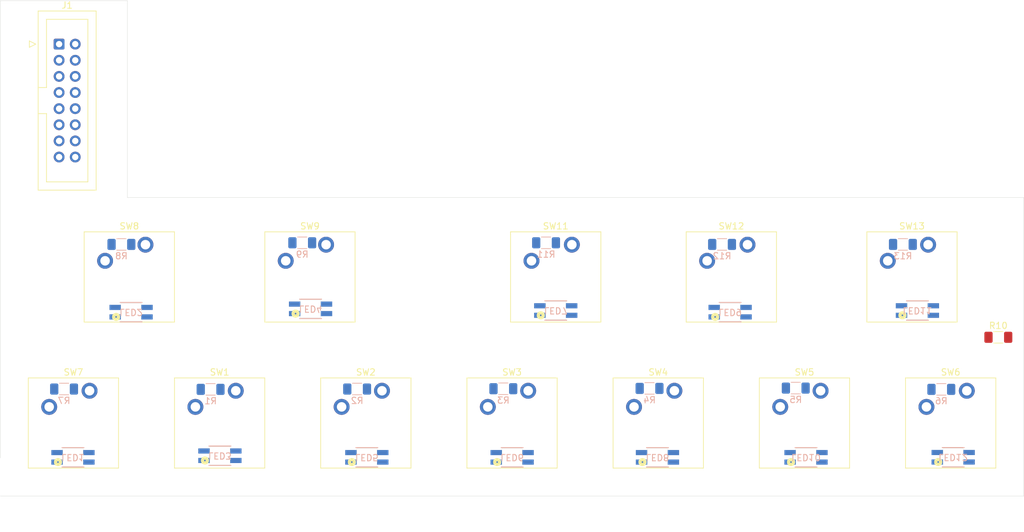
<source format=kicad_pcb>
(kicad_pcb (version 20241229) (generator "pcbnew") (generator_version "9.0")
  (layers (0 "F.Cu" signal) (2 "B.Cu" signal) (13 "F.Paste" user) (15 "B.Paste" user) (5 "F.SilkS" user "F.Silkscreen") (7 "B.SilkS" user "B.Silkscreen") (1 "F.Mask" user) (3 "B.Mask" user) (25 "Edge.Cuts" user))
  (net 0 "")
  (net 1 "+3.3V")
  (net 2 "Touch_01")
  (net 3 "Touch_02")
  (net 4 "Touch_03")
  (net 5 "Touch_04")
  (net 6 "Touch_05")
  (net 7 "Touch_06")
  (net 8 "Touch_00")
  (net 9 "Touch_07")
  (net 10 "Touch_08")
  (net 11 "Touch_09")
  (net 12 "Touch_10")
  (net 13 "Touch_11")
  (net 14 "GND")
  (net 15 "Net-(LED1-DIN)")
  (net 16 "+5V")
  (net 18 "Net-(LED2-DIN)")
  (net 19 "Net-(LED3-DIN)")
  (net 20 "Net-(LED4-DIN)")
  (net 21 "Net-(LED5-DIN)")
  (net 22 "Net-(LED6-DIN)")
  (net 23 "Net-(LED7-DIN)")
  (net 24 "Net-(LED8-DIN)")
  (net 25 "Net-(LED10-DOUT)")
  (net 26 "Net-(LED10-DIN)")
  (net 27 "Net-(LED11-DIN)")
  (net 44 "Net-(LED12-DIN)")
  (footprint "PCM_Switch_Keyboard_Cherry_MX:SW_Cherry_MX_PCB_1.00u" (layer "F.Cu") (at 128 109.5)
    (property "Reference" "SW2" (at 0 -8 0) (layer "F.SilkS"))
    (property "Value" "SW_SPST")
    (fp_line (start -7.1 -7.1) (end -7.1 7.1) (stroke (width 0.12)) (layer "F.SilkS"))
    (fp_line (start -7.1 7.1) (end 7.1 7.1) (stroke (width 0.12)) (layer "F.SilkS"))
    (fp_line (start 7.1 -7.1) (end -7.1 -7.1) (stroke (width 0.12)) (layer "F.SilkS"))
    (fp_line (start 7.1 7.1) (end 7.1 -7.1) (stroke (width 0.12)) (layer "F.SilkS"))
    (pad "" np_thru_hole circle (at -5.08 0) (size 1.75 1.75) (drill 1.75) (layers "*.Cu" "*.Mask"))
    (pad "" np_thru_hole circle (at 0 0) (size 4 4) (drill 4) (layers "*.Cu" "*.Mask"))
    (pad "" np_thru_hole circle (at 5.08 0) (size 1.75 1.75) (drill 1.75) (layers "*.Cu" "*.Mask"))
    (pad "1" thru_hole circle (at -3.81 -2.54) (size 2.5 2.5) (drill 1.5) (layers "*.Cu" "*.Mask") (net 14 "GND"))
    (pad "2" thru_hole circle (at 2.54 -5.08) (size 2.5 2.5) (drill 1.5) (layers "*.Cu" "*.Mask") (net 3 "Touch_02"))
  )
  (footprint "PCM_Switch_Keyboard_Cherry_MX:SW_Cherry_MX_PCB_1.00u" (layer "F.Cu") (at 185.5 86.5)
    (property "Reference" "SW12" (at 0 -8 0) (layer "F.SilkS"))
    (property "Value" "SW_SPST")
    (fp_line (start -7.1 -7.1) (end -7.1 7.1) (stroke (width 0.12)) (layer "F.SilkS"))
    (fp_line (start -7.1 7.1) (end 7.1 7.1) (stroke (width 0.12)) (layer "F.SilkS"))
    (fp_line (start 7.1 -7.1) (end -7.1 -7.1) (stroke (width 0.12)) (layer "F.SilkS"))
    (fp_line (start 7.1 7.1) (end 7.1 -7.1) (stroke (width 0.12)) (layer "F.SilkS"))
    (pad "" np_thru_hole circle (at -5.08 0) (size 1.75 1.75) (drill 1.75) (layers "*.Cu" "*.Mask"))
    (pad "" np_thru_hole circle (at 0 0) (size 4 4) (drill 4) (layers "*.Cu" "*.Mask"))
    (pad "" np_thru_hole circle (at 5.08 0) (size 1.75 1.75) (drill 1.75) (layers "*.Cu" "*.Mask"))
    (pad "1" thru_hole circle (at -3.81 -2.54) (size 2.5 2.5) (drill 1.5) (layers "*.Cu" "*.Mask") (net 14 "GND"))
    (pad "2" thru_hole circle (at 2.54 -5.08) (size 2.5 2.5) (drill 1.5) (layers "*.Cu" "*.Mask") (net 12 "Touch_10"))
  )
  (footprint "PCM_Switch_Keyboard_Cherry_MX:SW_Cherry_MX_PCB_1.00u" (layer "F.Cu") (at 119.2083 86.5)
    (property "Reference" "SW9" (at 0 -8 0) (layer "F.SilkS"))
    (property "Value" "SW_SPST")
    (fp_line (start -7.1 -7.1) (end -7.1 7.1) (stroke (width 0.12)) (layer "F.SilkS"))
    (fp_line (start -7.1 7.1) (end 7.1 7.1) (stroke (width 0.12)) (layer "F.SilkS"))
    (fp_line (start 7.1 -7.1) (end -7.1 -7.1) (stroke (width 0.12)) (layer "F.SilkS"))
    (fp_line (start 7.1 7.1) (end 7.1 -7.1) (stroke (width 0.12)) (layer "F.SilkS"))
    (pad "" np_thru_hole circle (at -5.08 0) (size 1.75 1.75) (drill 1.75) (layers "*.Cu" "*.Mask"))
    (pad "" np_thru_hole circle (at 0 0) (size 4 4) (drill 4) (layers "*.Cu" "*.Mask"))
    (pad "" np_thru_hole circle (at 5.08 0) (size 1.75 1.75) (drill 1.75) (layers "*.Cu" "*.Mask"))
    (pad "1" thru_hole circle (at -3.81 -2.54) (size 2.5 2.5) (drill 1.5) (layers "*.Cu" "*.Mask") (net 14 "GND"))
    (pad "2" thru_hole circle (at 2.54 -5.08) (size 2.5 2.5) (drill 1.5) (layers "*.Cu" "*.Mask") (net 10 "Touch_08"))
  )
  (footprint "PCM_Switch_Keyboard_Cherry_MX:SW_Cherry_MX_PCB_1.00u" (layer "F.Cu") (at 174 109.5)
    (property "Reference" "SW4" (at 0 -8 0) (layer "F.SilkS"))
    (property "Value" "SW_SPST")
    (fp_line (start -7.1 -7.1) (end -7.1 7.1) (stroke (width 0.12)) (layer "F.SilkS"))
    (fp_line (start -7.1 7.1) (end 7.1 7.1) (stroke (width 0.12)) (layer "F.SilkS"))
    (fp_line (start 7.1 -7.1) (end -7.1 -7.1) (stroke (width 0.12)) (layer "F.SilkS"))
    (fp_line (start 7.1 7.1) (end 7.1 -7.1) (stroke (width 0.12)) (layer "F.SilkS"))
    (pad "" np_thru_hole circle (at -5.08 0) (size 1.75 1.75) (drill 1.75) (layers "*.Cu" "*.Mask"))
    (pad "" np_thru_hole circle (at 0 0) (size 4 4) (drill 4) (layers "*.Cu" "*.Mask"))
    (pad "" np_thru_hole circle (at 5.08 0) (size 1.75 1.75) (drill 1.75) (layers "*.Cu" "*.Mask"))
    (pad "1" thru_hole circle (at -3.81 -2.54) (size 2.5 2.5) (drill 1.5) (layers "*.Cu" "*.Mask") (net 14 "GND"))
    (pad "2" thru_hole circle (at 2.54 -5.08) (size 2.5 2.5) (drill 1.5) (layers "*.Cu" "*.Mask") (net 5 "Touch_04"))
  )
  (footprint "PCM_Switch_Keyboard_Cherry_MX:SW_Cherry_MX_PCB_1.00u" (layer "F.Cu") (at 157.8703 86.5)
    (property "Reference" "SW11" (at 0 -8 0) (layer "F.SilkS"))
    (property "Value" "SW_SPST")
    (fp_line (start -7.1 -7.1) (end -7.1 7.1) (stroke (width 0.12)) (layer "F.SilkS"))
    (fp_line (start -7.1 7.1) (end 7.1 7.1) (stroke (width 0.12)) (layer "F.SilkS"))
    (fp_line (start 7.1 -7.1) (end -7.1 -7.1) (stroke (width 0.12)) (layer "F.SilkS"))
    (fp_line (start 7.1 7.1) (end 7.1 -7.1) (stroke (width 0.12)) (layer "F.SilkS"))
    (pad "" np_thru_hole circle (at -5.08 0) (size 1.75 1.75) (drill 1.75) (layers "*.Cu" "*.Mask"))
    (pad "" np_thru_hole circle (at 0 0) (size 4 4) (drill 4) (layers "*.Cu" "*.Mask"))
    (pad "" np_thru_hole circle (at 5.08 0) (size 1.75 1.75) (drill 1.75) (layers "*.Cu" "*.Mask"))
    (pad "1" thru_hole circle (at -3.81 -2.54) (size 2.5 2.5) (drill 1.5) (layers "*.Cu" "*.Mask") (net 14 "GND"))
    (pad "2" thru_hole circle (at 2.54 -5.08) (size 2.5 2.5) (drill 1.5) (layers "*.Cu" "*.Mask") (net 11 "Touch_09"))
  )
  (footprint "PCM_Switch_Keyboard_Cherry_MX:SW_Cherry_MX_PCB_1.00u" (layer "F.Cu") (at 82 109.5)
    (property "Reference" "SW7" (at 0 -8 0) (layer "F.SilkS"))
    (property "Value" "SW_SPST")
    (fp_line (start -7.1 -7.1) (end -7.1 7.1) (stroke (width 0.12)) (layer "F.SilkS"))
    (fp_line (start -7.1 7.1) (end 7.1 7.1) (stroke (width 0.12)) (layer "F.SilkS"))
    (fp_line (start 7.1 -7.1) (end -7.1 -7.1) (stroke (width 0.12)) (layer "F.SilkS"))
    (fp_line (start 7.1 7.1) (end 7.1 -7.1) (stroke (width 0.12)) (layer "F.SilkS"))
    (pad "" np_thru_hole circle (at -5.08 0) (size 1.75 1.75) (drill 1.75) (layers "*.Cu" "*.Mask"))
    (pad "" np_thru_hole circle (at 0 0) (size 4 4) (drill 4) (layers "*.Cu" "*.Mask"))
    (pad "" np_thru_hole circle (at 5.08 0) (size 1.75 1.75) (drill 1.75) (layers "*.Cu" "*.Mask"))
    (pad "1" thru_hole circle (at -3.81 -2.54) (size 2.5 2.5) (drill 1.5) (layers "*.Cu" "*.Mask") (net 14 "GND"))
    (pad "2" thru_hole circle (at 2.54 -5.08) (size 2.5 2.5) (drill 1.5) (layers "*.Cu" "*.Mask") (net 8 "Touch_00"))
  )
  (footprint "PCM_Switch_Keyboard_Cherry_MX:SW_Cherry_MX_PCB_1.00u" (layer "F.Cu") (at 197 109.5)
    (property "Reference" "SW5" (at 0 -8 0) (layer "F.SilkS"))
    (property "Value" "SW_SPST")
    (fp_line (start -7.1 -7.1) (end -7.1 7.1) (stroke (width 0.12)) (layer "F.SilkS"))
    (fp_line (start -7.1 7.1) (end 7.1 7.1) (stroke (width 0.12)) (layer "F.SilkS"))
    (fp_line (start 7.1 -7.1) (end -7.1 -7.1) (stroke (width 0.12)) (layer "F.SilkS"))
    (fp_line (start 7.1 7.1) (end 7.1 -7.1) (stroke (width 0.12)) (layer "F.SilkS"))
    (pad "" np_thru_hole circle (at -5.08 0) (size 1.75 1.75) (drill 1.75) (layers "*.Cu" "*.Mask"))
    (pad "" np_thru_hole circle (at 0 0) (size 4 4) (drill 4) (layers "*.Cu" "*.Mask"))
    (pad "" np_thru_hole circle (at 5.08 0) (size 1.75 1.75) (drill 1.75) (layers "*.Cu" "*.Mask"))
    (pad "1" thru_hole circle (at -3.81 -2.54) (size 2.5 2.5) (drill 1.5) (layers "*.Cu" "*.Mask") (net 14 "GND"))
    (pad "2" thru_hole circle (at 2.54 -5.08) (size 2.5 2.5) (drill 1.5) (layers "*.Cu" "*.Mask") (net 6 "Touch_05"))
  )
  (footprint "PCM_Switch_Keyboard_Cherry_MX:SW_Cherry_MX_PCB_1.00u" (layer "F.Cu") (at 213.917 86.5)
    (property "Reference" "SW13" (at 0 -8 0) (layer "F.SilkS"))
    (property "Value" "SW_SPST")
    (fp_line (start -7.1 -7.1) (end -7.1 7.1) (stroke (width 0.12)) (layer "F.SilkS"))
    (fp_line (start -7.1 7.1) (end 7.1 7.1) (stroke (width 0.12)) (layer "F.SilkS"))
    (fp_line (start 7.1 -7.1) (end -7.1 -7.1) (stroke (width 0.12)) (layer "F.SilkS"))
    (fp_line (start 7.1 7.1) (end 7.1 -7.1) (stroke (width 0.12)) (layer "F.SilkS"))
    (pad "" np_thru_hole circle (at -5.08 0) (size 1.75 1.75) (drill 1.75) (layers "*.Cu" "*.Mask"))
    (pad "" np_thru_hole circle (at 0 0) (size 4 4) (drill 4) (layers "*.Cu" "*.Mask"))
    (pad "" np_thru_hole circle (at 5.08 0) (size 1.75 1.75) (drill 1.75) (layers "*.Cu" "*.Mask"))
    (pad "1" thru_hole circle (at -3.81 -2.54) (size 2.5 2.5) (drill 1.5) (layers "*.Cu" "*.Mask") (net 14 "GND"))
    (pad "2" thru_hole circle (at 2.54 -5.08) (size 2.5 2.5) (drill 1.5) (layers "*.Cu" "*.Mask") (net 13 "Touch_11"))
  )
  (footprint "PCM_Switch_Keyboard_Cherry_MX:SW_Cherry_MX_PCB_1.00u" (layer "F.Cu") (at 90.7917 86.5)
    (property "Reference" "SW8" (at 0 -8 0) (layer "F.SilkS"))
    (property "Value" "SW_SPST")
    (fp_line (start -7.1 -7.1) (end -7.1 7.1) (stroke (width 0.12)) (layer "F.SilkS"))
    (fp_line (start -7.1 7.1) (end 7.1 7.1) (stroke (width 0.12)) (layer "F.SilkS"))
    (fp_line (start 7.1 -7.1) (end -7.1 -7.1) (stroke (width 0.12)) (layer "F.SilkS"))
    (fp_line (start 7.1 7.1) (end 7.1 -7.1) (stroke (width 0.12)) (layer "F.SilkS"))
    (pad "" np_thru_hole circle (at -5.08 0) (size 1.75 1.75) (drill 1.75) (layers "*.Cu" "*.Mask"))
    (pad "" np_thru_hole circle (at 0 0) (size 4 4) (drill 4) (layers "*.Cu" "*.Mask"))
    (pad "" np_thru_hole circle (at 5.08 0) (size 1.75 1.75) (drill 1.75) (layers "*.Cu" "*.Mask"))
    (pad "1" thru_hole circle (at -3.81 -2.54) (size 2.5 2.5) (drill 1.5) (layers "*.Cu" "*.Mask") (net 14 "GND"))
    (pad "2" thru_hole circle (at 2.54 -5.08) (size 2.5 2.5) (drill 1.5) (layers "*.Cu" "*.Mask") (net 9 "Touch_07"))
  )
  (footprint "PCM_Switch_Keyboard_Cherry_MX:SW_Cherry_MX_PCB_1.00u" (layer "F.Cu") (at 105 109.5)
    (property "Reference" "SW1" (at 0 -8 0) (layer "F.SilkS"))
    (property "Value" "SW_SPST")
    (fp_line (start -7.1 -7.1) (end -7.1 7.1) (stroke (width 0.12)) (layer "F.SilkS"))
    (fp_line (start -7.1 7.1) (end 7.1 7.1) (stroke (width 0.12)) (layer "F.SilkS"))
    (fp_line (start 7.1 -7.1) (end -7.1 -7.1) (stroke (width 0.12)) (layer "F.SilkS"))
    (fp_line (start 7.1 7.1) (end 7.1 -7.1) (stroke (width 0.12)) (layer "F.SilkS"))
    (pad "" np_thru_hole circle (at -5.08 0) (size 1.75 1.75) (drill 1.75) (layers "*.Cu" "*.Mask"))
    (pad "" np_thru_hole circle (at 0 0) (size 4 4) (drill 4) (layers "*.Cu" "*.Mask"))
    (pad "" np_thru_hole circle (at 5.08 0) (size 1.75 1.75) (drill 1.75) (layers "*.Cu" "*.Mask"))
    (pad "1" thru_hole circle (at -3.81 -2.54) (size 2.5 2.5) (drill 1.5) (layers "*.Cu" "*.Mask") (net 14 "GND"))
    (pad "2" thru_hole circle (at 2.54 -5.08) (size 2.5 2.5) (drill 1.5) (layers "*.Cu" "*.Mask") (net 2 "Touch_01"))
  )
  (footprint "PCM_Switch_Keyboard_Cherry_MX:SW_Cherry_MX_PCB_1.00u" (layer "F.Cu") (at 220 109.5)
    (property "Reference" "SW6" (at 0 -8 0) (layer "F.SilkS"))
    (property "Value" "SW_SPST")
    (fp_line (start -7.1 -7.1) (end -7.1 7.1) (stroke (width 0.12)) (layer "F.SilkS"))
    (fp_line (start -7.1 7.1) (end 7.1 7.1) (stroke (width 0.12)) (layer "F.SilkS"))
    (fp_line (start 7.1 -7.1) (end -7.1 -7.1) (stroke (width 0.12)) (layer "F.SilkS"))
    (fp_line (start 7.1 7.1) (end 7.1 -7.1) (stroke (width 0.12)) (layer "F.SilkS"))
    (pad "" np_thru_hole circle (at -5.08 0) (size 1.75 1.75) (drill 1.75) (layers "*.Cu" "*.Mask"))
    (pad "" np_thru_hole circle (at 0 0) (size 4 4) (drill 4) (layers "*.Cu" "*.Mask"))
    (pad "" np_thru_hole circle (at 5.08 0) (size 1.75 1.75) (drill 1.75) (layers "*.Cu" "*.Mask"))
    (pad "1" thru_hole circle (at -3.81 -2.54) (size 2.5 2.5) (drill 1.5) (layers "*.Cu" "*.Mask") (net 14 "GND"))
    (pad "2" thru_hole circle (at 2.54 -5.08) (size 2.5 2.5) (drill 1.5) (layers "*.Cu" "*.Mask") (net 7 "Touch_06"))
  )
  (footprint "Connector_IDC:IDC-Header_2x08_P2.54mm_Vertical" (layer "F.Cu") (at 79.7475 49.84)
    (property "Reference" "J1" (at 1.27 -6.1 0) (layer "F.SilkS"))
    (property "Value" "Conn_02x08_Odd_Even")
    (fp_line (start -4.68 -0.5) (end -4.68 0.5) (stroke (width 0.12)) (layer "F.SilkS"))
    (fp_line (start -4.68 0.5) (end -3.68 0) (stroke (width 0.12)) (layer "F.SilkS"))
    (fp_line (start -3.68 0) (end -4.68 -0.5) (stroke (width 0.12)) (layer "F.SilkS"))
    (fp_line (start -3.29 -5.21) (end 5.83 -5.21) (stroke (width 0.12)) (layer "F.SilkS"))
    (fp_line (start -3.29 6.84) (end -1.98 6.84) (stroke (width 0.12)) (layer "F.SilkS"))
    (fp_line (start -3.29 22.99) (end -3.29 -5.21) (stroke (width 0.12)) (layer "F.SilkS"))
    (fp_line (start -1.98 -3.91) (end 4.52 -3.91) (stroke (width 0.12)) (layer "F.SilkS"))
    (fp_line (start -1.98 6.84) (end -1.98 -3.91) (stroke (width 0.12)) (layer "F.SilkS"))
    (fp_line (start -1.98 10.94) (end -3.29 10.94) (stroke (width 0.12)) (layer "F.SilkS"))
    (fp_line (start -1.98 10.94) (end -1.98 10.94) (stroke (width 0.12)) (layer "F.SilkS"))
    (fp_line (start -1.98 21.69) (end -1.98 10.94) (stroke (width 0.12)) (layer "F.SilkS"))
    (fp_line (start 4.52 -3.91) (end 4.52 21.69) (stroke (width 0.12)) (layer "F.SilkS"))
    (fp_line (start 4.52 21.69) (end -1.98 21.69) (stroke (width 0.12)) (layer "F.SilkS"))
    (fp_line (start 5.83 -5.21) (end 5.83 22.99) (stroke (width 0.12)) (layer "F.SilkS"))
    (fp_line (start 5.83 22.99) (end -3.29 22.99) (stroke (width 0.12)) (layer "F.SilkS"))
    (pad "1" thru_hole roundrect (at 0 0) (size 1.7 1.7) (drill 1) (layers "*.Cu" "*.Mask") (roundrect_rratio 0.147059))
    (pad "2" thru_hole circle (at 2.54 0) (size 1.7 1.7) (drill 1) (layers "*.Cu" "*.Mask"))
    (pad "3" thru_hole circle (at 0 2.54) (size 1.7 1.7) (drill 1) (layers "*.Cu" "*.Mask"))
    (pad "4" thru_hole circle (at 2.54 2.54) (size 1.7 1.7) (drill 1) (layers "*.Cu" "*.Mask"))
    (pad "5" thru_hole circle (at 0 5.08) (size 1.7 1.7) (drill 1) (layers "*.Cu" "*.Mask"))
    (pad "6" thru_hole circle (at 2.54 5.08) (size 1.7 1.7) (drill 1) (layers "*.Cu" "*.Mask"))
    (pad "7" thru_hole circle (at 0 7.62) (size 1.7 1.7) (drill 1) (layers "*.Cu" "*.Mask"))
    (pad "8" thru_hole circle (at 2.54 7.62) (size 1.7 1.7) (drill 1) (layers "*.Cu" "*.Mask"))
    (pad "9" thru_hole circle (at 0 10.16) (size 1.7 1.7) (drill 1) (layers "*.Cu" "*.Mask"))
    (pad "10" thru_hole circle (at 2.54 10.16) (size 1.7 1.7) (drill 1) (layers "*.Cu" "*.Mask"))
    (pad "11" thru_hole circle (at 0 12.7) (size 1.7 1.7) (drill 1) (layers "*.Cu" "*.Mask"))
    (pad "12" thru_hole circle (at 2.54 12.7) (size 1.7 1.7) (drill 1) (layers "*.Cu" "*.Mask"))
    (pad "13" thru_hole circle (at 0 15.24) (size 1.7 1.7) (drill 1) (layers "*.Cu" "*.Mask"))
    (pad "14" thru_hole circle (at 2.54 15.24) (size 1.7 1.7) (drill 1) (layers "*.Cu" "*.Mask"))
    (pad "15" thru_hole circle (at 0 17.78) (size 1.7 1.7) (drill 1) (layers "*.Cu" "*.Mask"))
    (pad "16" thru_hole circle (at 2.54 17.78) (size 1.7 1.7) (drill 1) (layers "*.Cu" "*.Mask"))
  )
  (footprint "PCM_Switch_Keyboard_Cherry_MX:SW_Cherry_MX_PCB_1.00u" (layer "F.Cu") (at 151 109.5)
    (property "Reference" "SW3" (at 0 -8 0) (layer "F.SilkS"))
    (property "Value" "SW_SPST")
    (fp_line (start -7.1 -7.1) (end -7.1 7.1) (stroke (width 0.12)) (layer "F.SilkS"))
    (fp_line (start -7.1 7.1) (end 7.1 7.1) (stroke (width 0.12)) (layer "F.SilkS"))
    (fp_line (start 7.1 -7.1) (end -7.1 -7.1) (stroke (width 0.12)) (layer "F.SilkS"))
    (fp_line (start 7.1 7.1) (end 7.1 -7.1) (stroke (width 0.12)) (layer "F.SilkS"))
    (pad "" np_thru_hole circle (at -5.08 0) (size 1.75 1.75) (drill 1.75) (layers "*.Cu" "*.Mask"))
    (pad "" np_thru_hole circle (at 0 0) (size 4 4) (drill 4) (layers "*.Cu" "*.Mask"))
    (pad "" np_thru_hole circle (at 5.08 0) (size 1.75 1.75) (drill 1.75) (layers "*.Cu" "*.Mask"))
    (pad "1" thru_hole circle (at -3.81 -2.54) (size 2.5 2.5) (drill 1.5) (layers "*.Cu" "*.Mask") (net 14 "GND"))
    (pad "2" thru_hole circle (at 2.54 -5.08) (size 2.5 2.5) (drill 1.5) (layers "*.Cu" "*.Mask") (net 4 "Touch_03"))
  )
  (footprint "Resistor_SMD:R_1206_3216Metric_Pad1.30x1.75mm_HandSolder" (layer "F.Cu") (at 227.5 96)
    (property "Reference" "R10" (at 0 -1.83 0) (layer "F.SilkS"))
    (property "Value" "500")
    (fp_line (start -0.727064 -0.91) (end 0.727064 -0.91) (stroke (width 0.12)) (layer "F.SilkS"))
    (fp_line (start -0.727064 0.91) (end 0.727064 0.91) (stroke (width 0.12)) (layer "F.SilkS"))
    (pad "1" smd roundrect (at -1.55 0) (size 1.3 1.75) (layers "F.Cu" "F.Mask" "F.Paste") (roundrect_rratio 0.192308) (net 44 "Net-(LED12-DIN)"))
    (pad "2" smd roundrect (at 1.55 0) (size 1.3 1.75) (layers "F.Cu" "F.Mask" "F.Paste") (roundrect_rratio 0.192308))
  )
  (footprint "Resistor_SMD:R_1206_3216Metric_Pad1.30x1.75mm_HandSolder" (layer "B.Cu") (at 117.998 81.122)
    (property "Reference" "R9" (at 0 1.83 180) (layer "B.SilkS") (effects (justify mirror)))
    (property "Value" "R_Small")
    (fp_line (start -0.727064 -0.91) (end 0.727064 -0.91) (stroke (width 0.12)) (layer "B.SilkS"))
    (fp_line (start -0.727064 0.91) (end 0.727064 0.91) (stroke (width 0.12)) (layer "B.SilkS"))
    (pad "1" smd roundrect (at -1.55 0) (size 1.3 1.75) (layers "B.Cu" "B.Mask" "B.Paste") (roundrect_rratio 0.192308) (net 1 "+3.3V"))
    (pad "2" smd roundrect (at 1.55 0) (size 1.3 1.75) (layers "B.Cu" "B.Mask" "B.Paste") (roundrect_rratio 0.192308) (net 10 "Touch_08"))
  )
  (footprint "Resistor_SMD:R_1206_3216Metric_Pad1.30x1.75mm_HandSolder" (layer "B.Cu") (at 126.63 104.15)
    (property "Reference" "R2" (at 0 1.83 180) (layer "B.SilkS") (effects (justify mirror)))
    (property "Value" "R_Small")
    (fp_line (start -0.727064 -0.91) (end 0.727064 -0.91) (stroke (width 0.12)) (layer "B.SilkS"))
    (fp_line (start -0.727064 0.91) (end 0.727064 0.91) (stroke (width 0.12)) (layer "B.SilkS"))
    (pad "1" smd roundrect (at -1.55 0) (size 1.3 1.75) (layers "B.Cu" "B.Mask" "B.Paste") (roundrect_rratio 0.192308) (net 1 "+3.3V"))
    (pad "2" smd roundrect (at 1.55 0) (size 1.3 1.75) (layers "B.Cu" "B.Mask" "B.Paste") (roundrect_rratio 0.192308) (net 3 "Touch_02"))
  )
  (footprint "SK6812-E:SK6812-E-4960_ADA" (layer "B.Cu") (at 128.158 114.904)
    (property "Reference" "LED5" (at 0 0 180) (layer "B.SilkS") (effects (justify mirror)))
    (property "Value" "SK6812")
    (fp_circle (center -2.3622 0.7493) (end -1.9812 0.7493) (stroke (width 0.508)) (fill no) (layer "F.SilkS"))
    (fp_line (start -1.7272 1.524) (end 1.7272 1.524) (stroke (width 0.1524)) (layer "B.SilkS"))
    (fp_line (start 1.7272 -1.524) (end -1.7272 -1.524) (stroke (width 0.1524)) (layer "B.SilkS"))
    (fp_line (start -1.6002 -1.397) (end 1.6002 -1.397) (stroke (width 0.0254)) (layer "Edge.Cuts"))
    (fp_line (start -1.6002 1.397) (end -1.6002 -1.397) (stroke (width 0.0254)) (layer "Edge.Cuts"))
    (fp_line (start -1.6002 1.397) (end 1.6002 1.397) (stroke (width 0.0254)) (layer "Edge.Cuts"))
    (fp_line (start 1.6002 -1.397) (end 1.6002 1.397) (stroke (width 0.0254)) (layer "Edge.Cuts"))
    (pad "1" smd rect (at -2.5019 0.7493) (size 1.8034 0.8128) (layers "B.Cu" "B.Mask" "B.Paste") (net 16 "+5V"))
    (pad "2" smd rect (at -2.5019 -0.7493) (size 1.8034 0.8128) (layers "B.Cu" "B.Mask" "B.Paste") (net 20 "Net-(LED4-DIN)"))
    (pad "3" smd rect (at 2.5019 -0.7493) (size 1.8034 0.8128) (layers "B.Cu" "B.Mask" "B.Paste") (net 14 "GND"))
    (pad "4" smd rect (at 2.5019 0.7493) (size 1.8034 0.8128) (layers "B.Cu" "B.Mask" "B.Paste") (net 21 "Net-(LED5-DIN)"))
  )
  (footprint "SK6812-E:SK6812-E-4960_ADA" (layer "B.Cu") (at 214.772 91.79)
    (property "Reference" "LED11" (at 0 0 180) (layer "B.SilkS") (effects (justify mirror)))
    (property "Value" "SK6812")
    (fp_circle (center -2.3622 0.7493) (end -1.9812 0.7493) (stroke (width 0.508)) (fill no) (layer "F.SilkS"))
    (fp_line (start -1.7272 1.524) (end 1.7272 1.524) (stroke (width 0.1524)) (layer "B.SilkS"))
    (fp_line (start 1.7272 -1.524) (end -1.7272 -1.524) (stroke (width 0.1524)) (layer "B.SilkS"))
    (fp_line (start -1.6002 -1.397) (end 1.6002 -1.397) (stroke (width 0.0254)) (layer "Edge.Cuts"))
    (fp_line (start -1.6002 1.397) (end -1.6002 -1.397) (stroke (width 0.0254)) (layer "Edge.Cuts"))
    (fp_line (start -1.6002 1.397) (end 1.6002 1.397) (stroke (width 0.0254)) (layer "Edge.Cuts"))
    (fp_line (start 1.6002 -1.397) (end 1.6002 1.397) (stroke (width 0.0254)) (layer "Edge.Cuts"))
    (pad "1" smd rect (at -2.5019 0.7493) (size 1.8034 0.8128) (layers "B.Cu" "B.Mask" "B.Paste") (net 16 "+5V"))
    (pad "2" smd rect (at -2.5019 -0.7493) (size 1.8034 0.8128) (layers "B.Cu" "B.Mask" "B.Paste") (net 26 "Net-(LED10-DIN)"))
    (pad "3" smd rect (at 2.5019 -0.7493) (size 1.8034 0.8128) (layers "B.Cu" "B.Mask" "B.Paste") (net 14 "GND"))
    (pad "4" smd rect (at 2.5019 0.7493) (size 1.8034 0.8128) (layers "B.Cu" "B.Mask" "B.Paste") (net 27 "Net-(LED11-DIN)"))
  )
  (footprint "SK6812-E:SK6812-E-4960_ADA" (layer "B.Cu") (at 220.3981 114.8913)
    (property "Reference" "LED12" (at 0 0 180) (layer "B.SilkS") (effects (justify mirror)))
    (property "Value" "SK6812")
    (fp_circle (center -2.3622 0.7493) (end -1.9812 0.7493) (stroke (width 0.508)) (fill no) (layer "F.SilkS"))
    (fp_line (start -1.7272 1.524) (end 1.7272 1.524) (stroke (width 0.1524)) (layer "B.SilkS"))
    (fp_line (start 1.7272 -1.524) (end -1.7272 -1.524) (stroke (width 0.1524)) (layer "B.SilkS"))
    (fp_line (start -1.6002 -1.397) (end 1.6002 -1.397) (stroke (width 0.0254)) (layer "Edge.Cuts"))
    (fp_line (start -1.6002 1.397) (end -1.6002 -1.397) (stroke (width 0.0254)) (layer "Edge.Cuts"))
    (fp_line (start -1.6002 1.397) (end 1.6002 1.397) (stroke (width 0.0254)) (layer "Edge.Cuts"))
    (fp_line (start 1.6002 -1.397) (end 1.6002 1.397) (stroke (width 0.0254)) (layer "Edge.Cuts"))
    (pad "1" smd rect (at -2.5019 0.7493) (size 1.8034 0.8128) (layers "B.Cu" "B.Mask" "B.Paste") (net 16 "+5V"))
    (pad "2" smd rect (at -2.5019 -0.7493) (size 1.8034 0.8128) (layers "B.Cu" "B.Mask" "B.Paste") (net 27 "Net-(LED11-DIN)"))
    (pad "3" smd rect (at 2.5019 -0.7493) (size 1.8034 0.8128) (layers "B.Cu" "B.Mask" "B.Paste") (net 14 "GND"))
    (pad "4" smd rect (at 2.5019 0.7493) (size 1.8034 0.8128) (layers "B.Cu" "B.Mask" "B.Paste") (net 44 "Net-(LED12-DIN)"))
  )
  (footprint "Resistor_SMD:R_1206_3216Metric_Pad1.30x1.75mm_HandSolder" (layer "B.Cu") (at 149.63 104.1)
    (property "Reference" "R3" (at 0 1.83 180) (layer "B.SilkS") (effects (justify mirror)))
    (property "Value" "R_Small")
    (fp_line (start -0.727064 -0.91) (end 0.727064 -0.91) (stroke (width 0.12)) (layer "B.SilkS"))
    (fp_line (start -0.727064 0.91) (end 0.727064 0.91) (stroke (width 0.12)) (layer "B.SilkS"))
    (pad "1" smd roundrect (at -1.55 0) (size 1.3 1.75) (layers "B.Cu" "B.Mask" "B.Paste") (roundrect_rratio 0.192308) (net 1 "+3.3V"))
    (pad "2" smd roundrect (at 1.55 0) (size 1.3 1.75) (layers "B.Cu" "B.Mask" "B.Paste") (roundrect_rratio 0.192308) (net 4 "Touch_03"))
  )
  (footprint "Resistor_SMD:R_1206_3216Metric_Pad1.30x1.75mm_HandSolder" (layer "B.Cu") (at 80.53 104.15)
    (property "Reference" "R7" (at 0 1.83 180) (layer "B.SilkS") (effects (justify mirror)))
    (property "Value" "R_Small")
    (fp_line (start -0.727064 -0.91) (end 0.727064 -0.91) (stroke (width 0.12)) (layer "B.SilkS"))
    (fp_line (start -0.727064 0.91) (end 0.727064 0.91) (stroke (width 0.12)) (layer "B.SilkS"))
    (pad "1" smd roundrect (at -1.55 0) (size 1.3 1.75) (layers "B.Cu" "B.Mask" "B.Paste") (roundrect_rratio 0.192308) (net 1 "+3.3V"))
    (pad "2" smd roundrect (at 1.55 0) (size 1.3 1.75) (layers "B.Cu" "B.Mask" "B.Paste") (roundrect_rratio 0.192308) (net 8 "Touch_00"))
  )
  (footprint "Resistor_SMD:R_1206_3216Metric_Pad1.30x1.75mm_HandSolder" (layer "B.Cu") (at 156.352 81.122)
    (property "Reference" "R11" (at 0 1.83 180) (layer "B.SilkS") (effects (justify mirror)))
    (property "Value" "R_Small")
    (fp_line (start -0.727064 -0.91) (end 0.727064 -0.91) (stroke (width 0.12)) (layer "B.SilkS"))
    (fp_line (start -0.727064 0.91) (end 0.727064 0.91) (stroke (width 0.12)) (layer "B.SilkS"))
    (pad "1" smd roundrect (at -1.55 0) (size 1.3 1.75) (layers "B.Cu" "B.Mask" "B.Paste") (roundrect_rratio 0.192308) (net 1 "+3.3V"))
    (pad "2" smd roundrect (at 1.55 0) (size 1.3 1.75) (layers "B.Cu" "B.Mask" "B.Paste") (roundrect_rratio 0.192308) (net 11 "Touch_09"))
  )
  (footprint "SK6812-E:SK6812-E-4960_ADA" (layer "B.Cu") (at 105.044 114.65)
    (property "Reference" "LED3" (at 0 0 180) (layer "B.SilkS") (effects (justify mirror)))
    (property "Value" "SK6812")
    (fp_circle (center -2.3622 0.7493) (end -1.9812 0.7493) (stroke (width 0.508)) (fill no) (layer "F.SilkS"))
    (fp_line (start -1.7272 1.524) (end 1.7272 1.524) (stroke (width 0.1524)) (layer "B.SilkS"))
    (fp_line (start 1.7272 -1.524) (end -1.7272 -1.524) (stroke (width 0.1524)) (layer "B.SilkS"))
    (fp_line (start -1.6002 -1.397) (end 1.6002 -1.397) (stroke (width 0.0254)) (layer "Edge.Cuts"))
    (fp_line (start -1.6002 1.397) (end -1.6002 -1.397) (stroke (width 0.0254)) (layer "Edge.Cuts"))
    (fp_line (start -1.6002 1.397) (end 1.6002 1.397) (stroke (width 0.0254)) (layer "Edge.Cuts"))
    (fp_line (start 1.6002 -1.397) (end 1.6002 1.397) (stroke (width 0.0254)) (layer "Edge.Cuts"))
    (pad "1" smd rect (at -2.5019 0.7493) (size 1.8034 0.8128) (layers "B.Cu" "B.Mask" "B.Paste") (net 16 "+5V"))
    (pad "2" smd rect (at -2.5019 -0.7493) (size 1.8034 0.8128) (layers "B.Cu" "B.Mask" "B.Paste") (net 18 "Net-(LED2-DIN)"))
    (pad "3" smd rect (at 2.5019 -0.7493) (size 1.8034 0.8128) (layers "B.Cu" "B.Mask" "B.Paste") (net 14 "GND"))
    (pad "4" smd rect (at 2.5019 0.7493) (size 1.8034 0.8128) (layers "B.Cu" "B.Mask" "B.Paste") (net 19 "Net-(LED3-DIN)"))
  )
  (footprint "SK6812-E:SK6812-E-4960_ADA" (layer "B.Cu") (at 91.074 92.044)
    (property "Reference" "LED2" (at 0 0 180) (layer "B.SilkS") (effects (justify mirror)))
    (property "Value" "SK6812")
    (fp_circle (center -2.3622 0.7493) (end -1.9812 0.7493) (stroke (width 0.508)) (fill no) (layer "F.SilkS"))
    (fp_line (start -1.7272 1.524) (end 1.7272 1.524) (stroke (width 0.1524)) (layer "B.SilkS"))
    (fp_line (start 1.7272 -1.524) (end -1.7272 -1.524) (stroke (width 0.1524)) (layer "B.SilkS"))
    (fp_line (start -1.6002 -1.397) (end 1.6002 -1.397) (stroke (width 0.0254)) (layer "Edge.Cuts"))
    (fp_line (start -1.6002 1.397) (end -1.6002 -1.397) (stroke (width 0.0254)) (layer "Edge.Cuts"))
    (fp_line (start -1.6002 1.397) (end 1.6002 1.397) (stroke (width 0.0254)) (layer "Edge.Cuts"))
    (fp_line (start 1.6002 -1.397) (end 1.6002 1.397) (stroke (width 0.0254)) (layer "Edge.Cuts"))
    (pad "1" smd rect (at -2.5019 0.7493) (size 1.8034 0.8128) (layers "B.Cu" "B.Mask" "B.Paste") (net 16 "+5V"))
    (pad "2" smd rect (at -2.5019 -0.7493) (size 1.8034 0.8128) (layers "B.Cu" "B.Mask" "B.Paste") (net 15 "Net-(LED1-DIN)"))
    (pad "3" smd rect (at 2.5019 -0.7493) (size 1.8034 0.8128) (layers "B.Cu" "B.Mask" "B.Paste") (net 14 "GND"))
    (pad "4" smd rect (at 2.5019 0.7493) (size 1.8034 0.8128) (layers "B.Cu" "B.Mask" "B.Paste") (net 18 "Net-(LED2-DIN)"))
  )
  (footprint "Resistor_SMD:R_1206_3216Metric_Pad1.30x1.75mm_HandSolder" (layer "B.Cu") (at 172.63 104.05)
    (property "Reference" "R4" (at 0 1.83 180) (layer "B.SilkS") (effects (justify mirror)))
    (property "Value" "R_Small")
    (fp_line (start -0.727064 -0.91) (end 0.727064 -0.91) (stroke (width 0.12)) (layer "B.SilkS"))
    (fp_line (start -0.727064 0.91) (end 0.727064 0.91) (stroke (width 0.12)) (layer "B.SilkS"))
    (pad "1" smd roundrect (at -1.55 0) (size 1.3 1.75) (layers "B.Cu" "B.Mask" "B.Paste") (roundrect_rratio 0.192308) (net 1 "+3.3V"))
    (pad "2" smd roundrect (at 1.55 0) (size 1.3 1.75) (layers "B.Cu" "B.Mask" "B.Paste") (roundrect_rratio 0.192308) (net 5 "Touch_04"))
  )
  (footprint "SK6812-E:SK6812-E-4960_ADA" (layer "B.Cu") (at 119.3061 91.5233)
    (property "Reference" "LED4" (at 0 0 180) (layer "B.SilkS") (effects (justify mirror)))
    (property "Value" "SK6812")
    (fp_circle (center -2.3622 0.7493) (end -1.9812 0.7493) (stroke (width 0.508)) (fill no) (layer "F.SilkS"))
    (fp_line (start -1.7272 1.524) (end 1.7272 1.524) (stroke (width 0.1524)) (layer "B.SilkS"))
    (fp_line (start 1.7272 -1.524) (end -1.7272 -1.524) (stroke (width 0.1524)) (layer "B.SilkS"))
    (fp_line (start -1.6002 -1.397) (end 1.6002 -1.397) (stroke (width 0.0254)) (layer "Edge.Cuts"))
    (fp_line (start -1.6002 1.397) (end -1.6002 -1.397) (stroke (width 0.0254)) (layer "Edge.Cuts"))
    (fp_line (start -1.6002 1.397) (end 1.6002 1.397) (stroke (width 0.0254)) (layer "Edge.Cuts"))
    (fp_line (start 1.6002 -1.397) (end 1.6002 1.397) (stroke (width 0.0254)) (layer "Edge.Cuts"))
    (pad "1" smd rect (at -2.5019 0.7493) (size 1.8034 0.8128) (layers "B.Cu" "B.Mask" "B.Paste") (net 16 "+5V"))
    (pad "2" smd rect (at -2.5019 -0.7493) (size 1.8034 0.8128) (layers "B.Cu" "B.Mask" "B.Paste") (net 19 "Net-(LED3-DIN)"))
    (pad "3" smd rect (at 2.5019 -0.7493) (size 1.8034 0.8128) (layers "B.Cu" "B.Mask" "B.Paste") (net 14 "GND"))
    (pad "4" smd rect (at 2.5019 0.7493) (size 1.8034 0.8128) (layers "B.Cu" "B.Mask" "B.Paste") (net 20 "Net-(LED4-DIN)"))
  )
  (footprint "SK6812-E:SK6812-E-4960_ADA" (layer "B.Cu") (at 185.308 92.044)
    (property "Reference" "LED9" (at 0 0 180) (layer "B.SilkS") (effects (justify mirror)))
    (property "Value" "SK6812")
    (fp_circle (center -2.3622 0.7493) (end -1.9812 0.7493) (stroke (width 0.508)) (fill no) (layer "F.SilkS"))
    (fp_line (start -1.7272 1.524) (end 1.7272 1.524) (stroke (width 0.1524)) (layer "B.SilkS"))
    (fp_line (start 1.7272 -1.524) (end -1.7272 -1.524) (stroke (width 0.1524)) (layer "B.SilkS"))
    (fp_line (start -1.6002 -1.397) (end 1.6002 -1.397) (stroke (width 0.0254)) (layer "Edge.Cuts"))
    (fp_line (start -1.6002 1.397) (end -1.6002 -1.397) (stroke (width 0.0254)) (layer "Edge.Cuts"))
    (fp_line (start -1.6002 1.397) (end 1.6002 1.397) (stroke (width 0.0254)) (layer "Edge.Cuts"))
    (fp_line (start 1.6002 -1.397) (end 1.6002 1.397) (stroke (width 0.0254)) (layer "Edge.Cuts"))
    (pad "1" smd rect (at -2.5019 0.7493) (size 1.8034 0.8128) (layers "B.Cu" "B.Mask" "B.Paste") (net 16 "+5V"))
    (pad "2" smd rect (at -2.5019 -0.7493) (size 1.8034 0.8128) (layers "B.Cu" "B.Mask" "B.Paste") (net 24 "Net-(LED8-DIN)"))
    (pad "3" smd rect (at 2.5019 -0.7493) (size 1.8034 0.8128) (layers "B.Cu" "B.Mask" "B.Paste") (net 14 "GND"))
    (pad "4" smd rect (at 2.5019 0.7493) (size 1.8034 0.8128) (layers "B.Cu" "B.Mask" "B.Paste") (net 25 "Net-(LED10-DOUT)"))
  )
  (footprint "Resistor_SMD:R_1206_3216Metric_Pad1.30x1.75mm_HandSolder" (layer "B.Cu") (at 103.58 104.2)
    (property "Reference" "R1" (at 0 1.83 180) (layer "B.SilkS") (effects (justify mirror)))
    (property "Value" "R_Small")
    (fp_line (start -0.727064 -0.91) (end 0.727064 -0.91) (stroke (width 0.12)) (layer "B.SilkS"))
    (fp_line (start -0.727064 0.91) (end 0.727064 0.91) (stroke (width 0.12)) (layer "B.SilkS"))
    (pad "1" smd roundrect (at -1.55 0) (size 1.3 1.75) (layers "B.Cu" "B.Mask" "B.Paste") (roundrect_rratio 0.192308) (net 1 "+3.3V"))
    (pad "2" smd roundrect (at 1.55 0) (size 1.3 1.75) (layers "B.Cu" "B.Mask" "B.Paste") (roundrect_rratio 0.192308) (net 2 "Touch_01"))
  )
  (footprint "Resistor_SMD:R_1206_3216Metric_Pad1.30x1.75mm_HandSolder" (layer "B.Cu") (at 89.55 81.376)
    (property "Reference" "R8" (at 0 1.83 180) (layer "B.SilkS") (effects (justify mirror)))
    (property "Value" "R_Small")
    (fp_line (start -0.727064 -0.91) (end 0.727064 -0.91) (stroke (width 0.12)) (layer "B.SilkS"))
    (fp_line (start -0.727064 0.91) (end 0.727064 0.91) (stroke (width 0.12)) (layer "B.SilkS"))
    (pad "1" smd roundrect (at -1.55 0) (size 1.3 1.75) (layers "B.Cu" "B.Mask" "B.Paste") (roundrect_rratio 0.192308) (net 1 "+3.3V"))
    (pad "2" smd roundrect (at 1.55 0) (size 1.3 1.75) (layers "B.Cu" "B.Mask" "B.Paste") (roundrect_rratio 0.192308) (net 9 "Touch_07"))
  )
  (footprint "Resistor_SMD:R_1206_3216Metric_Pad1.30x1.75mm_HandSolder" (layer "B.Cu") (at 195.63 104)
    (property "Reference" "R5" (at 0 1.83 180) (layer "B.SilkS") (effects (justify mirror)))
    (property "Value" "R_Small")
    (fp_line (start -0.727064 -0.91) (end 0.727064 -0.91) (stroke (width 0.12)) (layer "B.SilkS"))
    (fp_line (start -0.727064 0.91) (end 0.727064 0.91) (stroke (width 0.12)) (layer "B.SilkS"))
    (pad "1" smd roundrect (at -1.55 0) (size 1.3 1.75) (layers "B.Cu" "B.Mask" "B.Paste") (roundrect_rratio 0.192308) (net 1 "+3.3V"))
    (pad "2" smd roundrect (at 1.55 0) (size 1.3 1.75) (layers "B.Cu" "B.Mask" "B.Paste") (roundrect_rratio 0.192308) (net 6 "Touch_05"))
  )
  (footprint "Resistor_SMD:R_1206_3216Metric_Pad1.30x1.75mm_HandSolder" (layer "B.Cu") (at 212.486 81.376)
    (property "Reference" "R13" (at 0 1.83 180) (layer "B.SilkS") (effects (justify mirror)))
    (property "Value" "R_Small")
    (fp_line (start -0.727064 -0.91) (end 0.727064 -0.91) (stroke (width 0.12)) (layer "B.SilkS"))
    (fp_line (start -0.727064 0.91) (end 0.727064 0.91) (stroke (width 0.12)) (layer "B.SilkS"))
    (pad "1" smd roundrect (at -1.55 0) (size 1.3 1.75) (layers "B.Cu" "B.Mask" "B.Paste") (roundrect_rratio 0.192308) (net 1 "+3.3V"))
    (pad "2" smd roundrect (at 1.55 0) (size 1.3 1.75) (layers "B.Cu" "B.Mask" "B.Paste") (roundrect_rratio 0.192308) (net 13 "Touch_11"))
  )
  (footprint "SK6812-E:SK6812-E-4960_ADA" (layer "B.Cu") (at 151.018 114.904)
    (property "Reference" "LED6" (at 0 0 180) (layer "B.SilkS") (effects (justify mirror)))
    (property "Value" "SK6812")
    (fp_circle (center -2.3622 0.7493) (end -1.9812 0.7493) (stroke (width 0.508)) (fill no) (layer "F.SilkS"))
    (fp_line (start -1.7272 1.524) (end 1.7272 1.524) (stroke (width 0.1524)) (layer "B.SilkS"))
    (fp_line (start 1.7272 -1.524) (end -1.7272 -1.524) (stroke (width 0.1524)) (layer "B.SilkS"))
    (fp_line (start -1.6002 -1.397) (end 1.6002 -1.397) (stroke (width 0.0254)) (layer "Edge.Cuts"))
    (fp_line (start -1.6002 1.397) (end -1.6002 -1.397) (stroke (width 0.0254)) (layer "Edge.Cuts"))
    (fp_line (start -1.6002 1.397) (end 1.6002 1.397) (stroke (width 0.0254)) (layer "Edge.Cuts"))
    (fp_line (start 1.6002 -1.397) (end 1.6002 1.397) (stroke (width 0.0254)) (layer "Edge.Cuts"))
    (pad "1" smd rect (at -2.5019 0.7493) (size 1.8034 0.8128) (layers "B.Cu" "B.Mask" "B.Paste") (net 16 "+5V"))
    (pad "2" smd rect (at -2.5019 -0.7493) (size 1.8034 0.8128) (layers "B.Cu" "B.Mask" "B.Paste") (net 21 "Net-(LED5-DIN)"))
    (pad "3" smd rect (at 2.5019 -0.7493) (size 1.8034 0.8128) (layers "B.Cu" "B.Mask" "B.Paste") (net 14 "GND"))
    (pad "4" smd rect (at 2.5019 0.7493) (size 1.8034 0.8128) (layers "B.Cu" "B.Mask" "B.Paste") (net 22 "Net-(LED6-DIN)"))
  )
  (footprint "SK6812-E:SK6812-E-4960_ADA" (layer "B.Cu") (at 157.876 91.79)
    (property "Reference" "LED7" (at 0 0 180) (layer "B.SilkS") (effects (justify mirror)))
    (property "Value" "SK6812")
    (fp_circle (center -2.3622 0.7493) (end -1.9812 0.7493) (stroke (width 0.508)) (fill no) (layer "F.SilkS"))
    (fp_line (start -1.7272 1.524) (end 1.7272 1.524) (stroke (width 0.1524)) (layer "B.SilkS"))
    (fp_line (start 1.7272 -1.524) (end -1.7272 -1.524) (stroke (width 0.1524)) (layer "B.SilkS"))
    (fp_line (start -1.6002 -1.397) (end 1.6002 -1.397) (stroke (width 0.0254)) (layer "Edge.Cuts"))
    (fp_line (start -1.6002 1.397) (end -1.6002 -1.397) (stroke (width 0.0254)) (layer "Edge.Cuts"))
    (fp_line (start -1.6002 1.397) (end 1.6002 1.397) (stroke (width 0.0254)) (layer "Edge.Cuts"))
    (fp_line (start 1.6002 -1.397) (end 1.6002 1.397) (stroke (width 0.0254)) (layer "Edge.Cuts"))
    (pad "1" smd rect (at -2.5019 0.7493) (size 1.8034 0.8128) (layers "B.Cu" "B.Mask" "B.Paste") (net 16 "+5V"))
    (pad "2" smd rect (at -2.5019 -0.7493) (size 1.8034 0.8128) (layers "B.Cu" "B.Mask" "B.Paste") (net 22 "Net-(LED6-DIN)"))
    (pad "3" smd rect (at 2.5019 -0.7493) (size 1.8034 0.8128) (layers "B.Cu" "B.Mask" "B.Paste") (net 14 "GND"))
    (pad "4" smd rect (at 2.5019 0.7493) (size 1.8034 0.8128) (layers "B.Cu" "B.Mask" "B.Paste") (net 23 "Net-(LED7-DIN)"))
  )
  (footprint "Resistor_SMD:R_1206_3216Metric_Pad1.30x1.75mm_HandSolder" (layer "B.Cu") (at 218.53 104.2)
    (property "Reference" "R6" (at 0 1.83 180) (layer "B.SilkS") (effects (justify mirror)))
    (property "Value" "R_Small")
    (fp_line (start -0.727064 -0.91) (end 0.727064 -0.91) (stroke (width 0.12)) (layer "B.SilkS"))
    (fp_line (start -0.727064 0.91) (end 0.727064 0.91) (stroke (width 0.12)) (layer "B.SilkS"))
    (pad "1" smd roundrect (at -1.55 0) (size 1.3 1.75) (layers "B.Cu" "B.Mask" "B.Paste") (roundrect_rratio 0.192308) (net 1 "+3.3V"))
    (pad "2" smd roundrect (at 1.55 0) (size 1.3 1.75) (layers "B.Cu" "B.Mask" "B.Paste") (roundrect_rratio 0.192308) (net 7 "Touch_06"))
  )
  (footprint "SK6812-E:SK6812-E-4960_ADA" (layer "B.Cu") (at 197.246 114.904)
    (property "Reference" "LED10" (at 0 0 180) (layer "B.SilkS") (effects (justify mirror)))
    (property "Value" "SK6812")
    (fp_circle (center -2.3622 0.7493) (end -1.9812 0.7493) (stroke (width 0.508)) (fill no) (layer "F.SilkS"))
    (fp_line (start -1.7272 1.524) (end 1.7272 1.524) (stroke (width 0.1524)) (layer "B.SilkS"))
    (fp_line (start 1.7272 -1.524) (end -1.7272 -1.524) (stroke (width 0.1524)) (layer "B.SilkS"))
    (fp_line (start -1.6002 -1.397) (end 1.6002 -1.397) (stroke (width 0.0254)) (layer "Edge.Cuts"))
    (fp_line (start -1.6002 1.397) (end -1.6002 -1.397) (stroke (width 0.0254)) (layer "Edge.Cuts"))
    (fp_line (start -1.6002 1.397) (end 1.6002 1.397) (stroke (width 0.0254)) (layer "Edge.Cuts"))
    (fp_line (start 1.6002 -1.397) (end 1.6002 1.397) (stroke (width 0.0254)) (layer "Edge.Cuts"))
    (pad "1" smd rect (at -2.5019 0.7493) (size 1.8034 0.8128) (layers "B.Cu" "B.Mask" "B.Paste") (net 16 "+5V"))
    (pad "2" smd rect (at -2.5019 -0.7493) (size 1.8034 0.8128) (layers "B.Cu" "B.Mask" "B.Paste") (net 25 "Net-(LED10-DOUT)"))
    (pad "3" smd rect (at 2.5019 -0.7493) (size 1.8034 0.8128) (layers "B.Cu" "B.Mask" "B.Paste") (net 14 "GND"))
    (pad "4" smd rect (at 2.5019 0.7493) (size 1.8034 0.8128) (layers "B.Cu" "B.Mask" "B.Paste") (net 26 "Net-(LED10-DIN)"))
  )
  (footprint "SK6812-E:SK6812-E-4960_ADA" (layer "B.Cu") (at 173.878 114.904)
    (property "Reference" "LED8" (at 0 0 180) (layer "B.SilkS") (effects (justify mirror)))
    (property "Value" "SK6812")
    (fp_circle (center -2.3622 0.7493) (end -1.9812 0.7493) (stroke (width 0.508)) (fill no) (layer "F.SilkS"))
    (fp_line (start -1.7272 1.524) (end 1.7272 1.524) (stroke (width 0.1524)) (layer "B.SilkS"))
    (fp_line (start 1.7272 -1.524) (end -1.7272 -1.524) (stroke (width 0.1524)) (layer "B.SilkS"))
    (fp_line (start -1.6002 -1.397) (end 1.6002 -1.397) (stroke (width 0.0254)) (layer "Edge.Cuts"))
    (fp_line (start -1.6002 1.397) (end -1.6002 -1.397) (stroke (width 0.0254)) (layer "Edge.Cuts"))
    (fp_line (start -1.6002 1.397) (end 1.6002 1.397) (stroke (width 0.0254)) (layer "Edge.Cuts"))
    (fp_line (start 1.6002 -1.397) (end 1.6002 1.397) (stroke (width 0.0254)) (layer "Edge.Cuts"))
    (pad "1" smd rect (at -2.5019 0.7493) (size 1.8034 0.8128) (layers "B.Cu" "B.Mask" "B.Paste") (net 16 "+5V"))
    (pad "2" smd rect (at -2.5019 -0.7493) (size 1.8034 0.8128) (layers "B.Cu" "B.Mask" "B.Paste") (net 23 "Net-(LED7-DIN)"))
    (pad "3" smd rect (at 2.5019 -0.7493) (size 1.8034 0.8128) (layers "B.Cu" "B.Mask" "B.Paste") (net 14 "GND"))
    (pad "4" smd rect (at 2.5019 0.7493) (size 1.8034 0.8128) (layers "B.Cu" "B.Mask" "B.Paste") (net 24 "Net-(LED8-DIN)"))
  )
  (footprint "SK6812-E:SK6812-E-4960_ADA" (layer "B.Cu") (at 81.93 114.904)
    (property "Reference" "LED1" (at 0 0 180) (layer "B.SilkS") (effects (justify mirror)))
    (property "Value" "SK6812")
    (fp_circle (center -2.3622 0.7493) (end -1.9812 0.7493) (stroke (width 0.508)) (fill no) (layer "F.SilkS"))
    (fp_line (start -1.7272 1.524) (end 1.7272 1.524) (stroke (width 0.1524)) (layer "B.SilkS"))
    (fp_line (start 1.7272 -1.524) (end -1.7272 -1.524) (stroke (width 0.1524)) (layer "B.SilkS"))
    (fp_line (start -1.6002 -1.397) (end 1.6002 -1.397) (stroke (width 0.0254)) (layer "Edge.Cuts"))
    (fp_line (start -1.6002 1.397) (end -1.6002 -1.397) (stroke (width 0.0254)) (layer "Edge.Cuts"))
    (fp_line (start -1.6002 1.397) (end 1.6002 1.397) (stroke (width 0.0254)) (layer "Edge.Cuts"))
    (fp_line (start 1.6002 -1.397) (end 1.6002 1.397) (stroke (width 0.0254)) (layer "Edge.Cuts"))
    (pad "1" smd rect (at -2.5019 0.7493) (size 1.8034 0.8128) (layers "B.Cu" "B.Mask" "B.Paste") (net 16 "+5V"))
    (pad "2" smd rect (at -2.5019 -0.7493) (size 1.8034 0.8128) (layers "B.Cu" "B.Mask" "B.Paste"))
    (pad "3" smd rect (at 2.5019 -0.7493) (size 1.8034 0.8128) (layers "B.Cu" "B.Mask" "B.Paste") (net 14 "GND"))
    (pad "4" smd rect (at 2.5019 0.7493) (size 1.8034 0.8128) (layers "B.Cu" "B.Mask" "B.Paste") (net 15 "Net-(LED1-DIN)"))
  )
  (footprint "Resistor_SMD:R_1206_3216Metric_Pad1.30x1.75mm_HandSolder" (layer "B.Cu") (at 184.038 81.376)
    (property "Reference" "R12" (at 0 1.83 180) (layer "B.SilkS") (effects (justify mirror)))
    (property "Value" "R_Small")
    (fp_line (start -0.727064 -0.91) (end 0.727064 -0.91) (stroke (width 0.12)) (layer "B.SilkS"))
    (fp_line (start -0.727064 0.91) (end 0.727064 0.91) (stroke (width 0.12)) (layer "B.SilkS"))
    (pad "1" smd roundrect (at -1.55 0) (size 1.3 1.75) (layers "B.Cu" "B.Mask" "B.Paste") (roundrect_rratio 0.192308) (net 1 "+3.3V"))
    (pad "2" smd roundrect (at 1.55 0) (size 1.3 1.75) (layers "B.Cu" "B.Mask" "B.Paste") (roundrect_rratio 0.192308) (net 12 "Touch_10"))
  )
  (gr_line (start 70.5 115) (end 70.5 43) (stroke (width 0.05)) (layer "Edge.Cuts"))
  (gr_line (start 90.5 43) (end 90.5 74) (stroke (width 0.05)) (layer "Edge.Cuts"))
  (gr_line (start 231.5 121) (end 70.5 121) (stroke (width 0.05)) (layer "Edge.Cuts"))
  (gr_line (start 90.5 74) (end 231.5 74) (stroke (width 0.05)) (layer "Edge.Cuts"))
  (gr_line (start 70.5 43) (end 90.5 43) (stroke (width 0.05)) (layer "Edge.Cuts"))
  (gr_line (start 231.5 74) (end 231.5 121) (stroke (width 0.05)) (layer "Edge.Cuts"))
)
</source>
